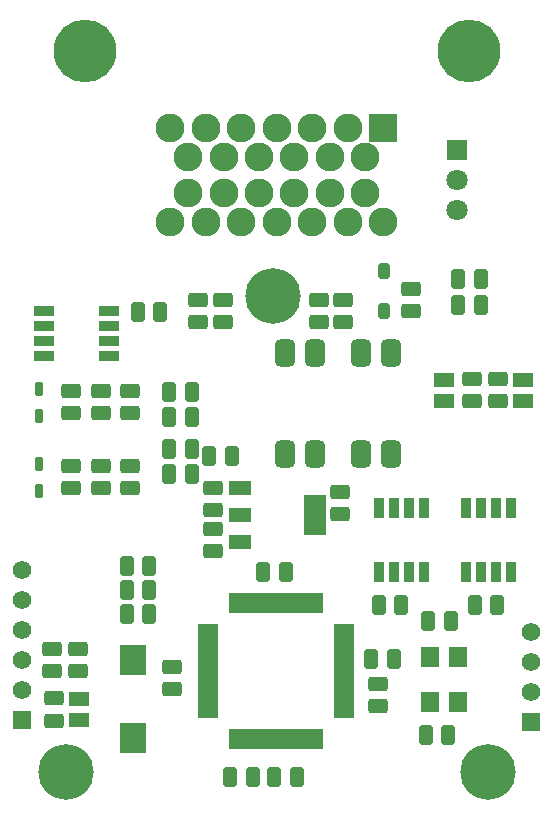
<source format=gts>
G04*
G04 #@! TF.GenerationSoftware,Altium Limited,Altium Designer,23.8.1 (32)*
G04*
G04 Layer_Color=8388736*
%FSLAX25Y25*%
%MOIN*%
G70*
G04*
G04 #@! TF.SameCoordinates,823993F6-8BEF-49D6-9206-44A6C2E96FBA*
G04*
G04*
G04 #@! TF.FilePolarity,Negative*
G04*
G01*
G75*
%ADD30R,0.01981X0.06607*%
%ADD31R,0.06607X0.01981*%
G04:AMPARAMS|DCode=32|XSize=55.64mil|YSize=36.74mil|CornerRadius=6.59mil|HoleSize=0mil|Usage=FLASHONLY|Rotation=90.000|XOffset=0mil|YOffset=0mil|HoleType=Round|Shape=RoundedRectangle|*
%AMROUNDEDRECTD32*
21,1,0.05564,0.02357,0,0,90.0*
21,1,0.04247,0.03674,0,0,90.0*
1,1,0.01317,0.01178,0.02123*
1,1,0.01317,0.01178,-0.02123*
1,1,0.01317,-0.01178,-0.02123*
1,1,0.01317,-0.01178,0.02123*
%
%ADD32ROUNDEDRECTD32*%
G04:AMPARAMS|DCode=33|XSize=47.37mil|YSize=63.91mil|CornerRadius=8.92mil|HoleSize=0mil|Usage=FLASHONLY|Rotation=270.000|XOffset=0mil|YOffset=0mil|HoleType=Round|Shape=RoundedRectangle|*
%AMROUNDEDRECTD33*
21,1,0.04737,0.04606,0,0,270.0*
21,1,0.02953,0.06391,0,0,270.0*
1,1,0.01784,-0.02303,-0.01476*
1,1,0.01784,-0.02303,0.01476*
1,1,0.01784,0.02303,0.01476*
1,1,0.01784,0.02303,-0.01476*
%
%ADD33ROUNDEDRECTD33*%
G04:AMPARAMS|DCode=34|XSize=47.37mil|YSize=63.91mil|CornerRadius=8.92mil|HoleSize=0mil|Usage=FLASHONLY|Rotation=180.000|XOffset=0mil|YOffset=0mil|HoleType=Round|Shape=RoundedRectangle|*
%AMROUNDEDRECTD34*
21,1,0.04737,0.04606,0,0,180.0*
21,1,0.02953,0.06391,0,0,180.0*
1,1,0.01784,-0.01476,0.02303*
1,1,0.01784,0.01476,0.02303*
1,1,0.01784,0.01476,-0.02303*
1,1,0.01784,-0.01476,-0.02303*
%
%ADD34ROUNDEDRECTD34*%
%ADD35R,0.06509X0.05131*%
%ADD36R,0.07690X0.04540*%
%ADD37R,0.07690X0.13398*%
G04:AMPARAMS|DCode=38|XSize=91.86mil|YSize=69.81mil|CornerRadius=19.45mil|HoleSize=0mil|Usage=FLASHONLY|Rotation=270.000|XOffset=0mil|YOffset=0mil|HoleType=Round|Shape=RoundedRectangle|*
%AMROUNDEDRECTD38*
21,1,0.09186,0.03091,0,0,270.0*
21,1,0.05295,0.06981,0,0,270.0*
1,1,0.03891,-0.01545,-0.02648*
1,1,0.03891,-0.01545,0.02648*
1,1,0.03891,0.01545,0.02648*
1,1,0.03891,0.01545,-0.02648*
%
%ADD38ROUNDEDRECTD38*%
%ADD39R,0.03359X0.06804*%
%ADD40R,0.06804X0.03359*%
G04:AMPARAMS|DCode=41|XSize=48.55mil|YSize=28.47mil|CornerRadius=6.56mil|HoleSize=0mil|Usage=FLASHONLY|Rotation=270.000|XOffset=0mil|YOffset=0mil|HoleType=Round|Shape=RoundedRectangle|*
%AMROUNDEDRECTD41*
21,1,0.04855,0.01535,0,0,270.0*
21,1,0.03543,0.02847,0,0,270.0*
1,1,0.01312,-0.00768,-0.01772*
1,1,0.01312,-0.00768,0.01772*
1,1,0.01312,0.00768,0.01772*
1,1,0.01312,0.00768,-0.01772*
%
%ADD41ROUNDEDRECTD41*%
%ADD42R,0.06312X0.07099*%
%ADD43R,0.09068X0.10249*%
%ADD44R,0.06194X0.06194*%
%ADD45C,0.06194*%
%ADD46R,0.07119X0.07119*%
%ADD47C,0.07119*%
%ADD48C,0.18517*%
%ADD49R,0.09658X0.09658*%
%ADD50C,0.09658*%
%ADD51C,0.20879*%
D30*
X367736Y350091D02*
D03*
X369705D02*
D03*
X371673D02*
D03*
X373642D02*
D03*
X375610D02*
D03*
X377579D02*
D03*
X379547D02*
D03*
X381516D02*
D03*
X383484D02*
D03*
X385453D02*
D03*
X387421D02*
D03*
X389390D02*
D03*
X391358D02*
D03*
X393327D02*
D03*
X395295D02*
D03*
X397264D02*
D03*
Y304909D02*
D03*
X395295D02*
D03*
X393327D02*
D03*
X391358D02*
D03*
X389390D02*
D03*
X387421D02*
D03*
X385453D02*
D03*
X383484D02*
D03*
X381516D02*
D03*
X379547D02*
D03*
X377579D02*
D03*
X375610D02*
D03*
X373642D02*
D03*
X371673D02*
D03*
X369705D02*
D03*
X367736D02*
D03*
D31*
X405091Y342264D02*
D03*
Y340295D02*
D03*
Y338327D02*
D03*
Y336358D02*
D03*
Y334390D02*
D03*
Y332421D02*
D03*
Y330453D02*
D03*
Y328484D02*
D03*
Y326516D02*
D03*
Y324547D02*
D03*
Y322579D02*
D03*
Y320610D02*
D03*
Y318642D02*
D03*
Y316673D02*
D03*
Y314705D02*
D03*
Y312736D02*
D03*
X359910D02*
D03*
Y314705D02*
D03*
Y316673D02*
D03*
Y318642D02*
D03*
Y320610D02*
D03*
Y322579D02*
D03*
Y324547D02*
D03*
Y326516D02*
D03*
Y328484D02*
D03*
Y330453D02*
D03*
Y332421D02*
D03*
Y334390D02*
D03*
Y336358D02*
D03*
Y338327D02*
D03*
Y340295D02*
D03*
Y342264D02*
D03*
D32*
X418500Y460614D02*
D03*
Y447386D02*
D03*
D33*
X361500Y367319D02*
D03*
Y374681D02*
D03*
Y388362D02*
D03*
Y381000D02*
D03*
X427500Y447319D02*
D03*
Y454681D02*
D03*
X456666Y417378D02*
D03*
Y424740D02*
D03*
X447833Y417378D02*
D03*
Y424740D02*
D03*
X404000Y387181D02*
D03*
Y379819D02*
D03*
X397000Y451181D02*
D03*
Y443819D02*
D03*
X405000D02*
D03*
Y451181D02*
D03*
X365000D02*
D03*
Y443819D02*
D03*
X356500D02*
D03*
Y451181D02*
D03*
X324109Y420681D02*
D03*
Y413319D02*
D03*
X314222Y420681D02*
D03*
Y413319D02*
D03*
X333996D02*
D03*
Y420681D02*
D03*
Y388319D02*
D03*
Y395681D02*
D03*
X314220D02*
D03*
Y388319D02*
D03*
X324110Y395681D02*
D03*
Y388319D02*
D03*
X416500Y315819D02*
D03*
Y323181D02*
D03*
X308500Y310921D02*
D03*
Y318284D02*
D03*
X308000Y327319D02*
D03*
Y334681D02*
D03*
X316500Y327319D02*
D03*
Y334681D02*
D03*
X348000Y328681D02*
D03*
Y321319D02*
D03*
D34*
X443319Y449500D02*
D03*
X450681D02*
D03*
X443319Y458000D02*
D03*
X450681D02*
D03*
X367681Y399000D02*
D03*
X360319D02*
D03*
X440681Y344000D02*
D03*
X433319D02*
D03*
X421681Y331500D02*
D03*
X414319D02*
D03*
X424181Y349500D02*
D03*
X416819D02*
D03*
X456181D02*
D03*
X448819D02*
D03*
X336638Y447000D02*
D03*
X344000D02*
D03*
X354362Y420500D02*
D03*
X347000D02*
D03*
Y412000D02*
D03*
X354362D02*
D03*
Y393000D02*
D03*
X347000D02*
D03*
Y401500D02*
D03*
X354362D02*
D03*
X378319Y360500D02*
D03*
X385681D02*
D03*
X440000Y306000D02*
D03*
X432638D02*
D03*
X389362Y292000D02*
D03*
X382000D02*
D03*
X367319D02*
D03*
X374681D02*
D03*
X340181Y346500D02*
D03*
X332819D02*
D03*
Y362500D02*
D03*
X340181D02*
D03*
X332819Y354500D02*
D03*
X340181D02*
D03*
D35*
X465000Y417457D02*
D03*
Y424543D02*
D03*
X438500Y417457D02*
D03*
Y424543D02*
D03*
X317000Y311000D02*
D03*
Y318087D02*
D03*
D36*
X370598Y388555D02*
D03*
Y379500D02*
D03*
Y370445D02*
D03*
D37*
X395402Y379500D02*
D03*
D38*
X395500Y433390D02*
D03*
X385500D02*
D03*
Y399610D02*
D03*
X395500D02*
D03*
X421000Y433390D02*
D03*
X411000D02*
D03*
Y399610D02*
D03*
X421000D02*
D03*
D39*
X417000Y360323D02*
D03*
X422000D02*
D03*
X427000D02*
D03*
X432000D02*
D03*
Y381677D02*
D03*
X427000D02*
D03*
X422000D02*
D03*
X417000D02*
D03*
X446000Y360323D02*
D03*
X451000D02*
D03*
X456000D02*
D03*
X461000D02*
D03*
Y381677D02*
D03*
X456000D02*
D03*
X451000D02*
D03*
X446000D02*
D03*
D40*
X305323Y447500D02*
D03*
Y442500D02*
D03*
Y437500D02*
D03*
Y432500D02*
D03*
X326677D02*
D03*
Y437500D02*
D03*
Y442500D02*
D03*
Y447500D02*
D03*
D41*
X303508Y412472D02*
D03*
Y421528D02*
D03*
Y387472D02*
D03*
Y396528D02*
D03*
D42*
X443055Y317000D02*
D03*
Y331961D02*
D03*
X434000D02*
D03*
Y317000D02*
D03*
D43*
X335000Y305000D02*
D03*
Y330984D02*
D03*
D44*
X467500Y310500D02*
D03*
X298000Y311000D02*
D03*
D45*
X467500Y320500D02*
D03*
Y330500D02*
D03*
Y340500D02*
D03*
X298000Y361000D02*
D03*
Y351000D02*
D03*
Y341000D02*
D03*
Y331000D02*
D03*
Y321000D02*
D03*
D46*
X443000Y501000D02*
D03*
D47*
Y491000D02*
D03*
Y481000D02*
D03*
D48*
X381496Y452500D02*
D03*
X453075Y293862D02*
D03*
X312488D02*
D03*
D49*
X418181Y508500D02*
D03*
D50*
X406370D02*
D03*
X394559D02*
D03*
X382748D02*
D03*
X370937D02*
D03*
X359126D02*
D03*
X347315D02*
D03*
X353221Y498658D02*
D03*
X365032D02*
D03*
X376842D02*
D03*
X388653D02*
D03*
X400465D02*
D03*
X412276D02*
D03*
Y486846D02*
D03*
X400465D02*
D03*
X388653D02*
D03*
X376842D02*
D03*
X365032D02*
D03*
X353221D02*
D03*
X347315Y477004D02*
D03*
X359126D02*
D03*
X370937D02*
D03*
X382748D02*
D03*
X394559D02*
D03*
X406370D02*
D03*
X418181D02*
D03*
D51*
X446724Y534091D02*
D03*
X318772D02*
D03*
M02*

</source>
